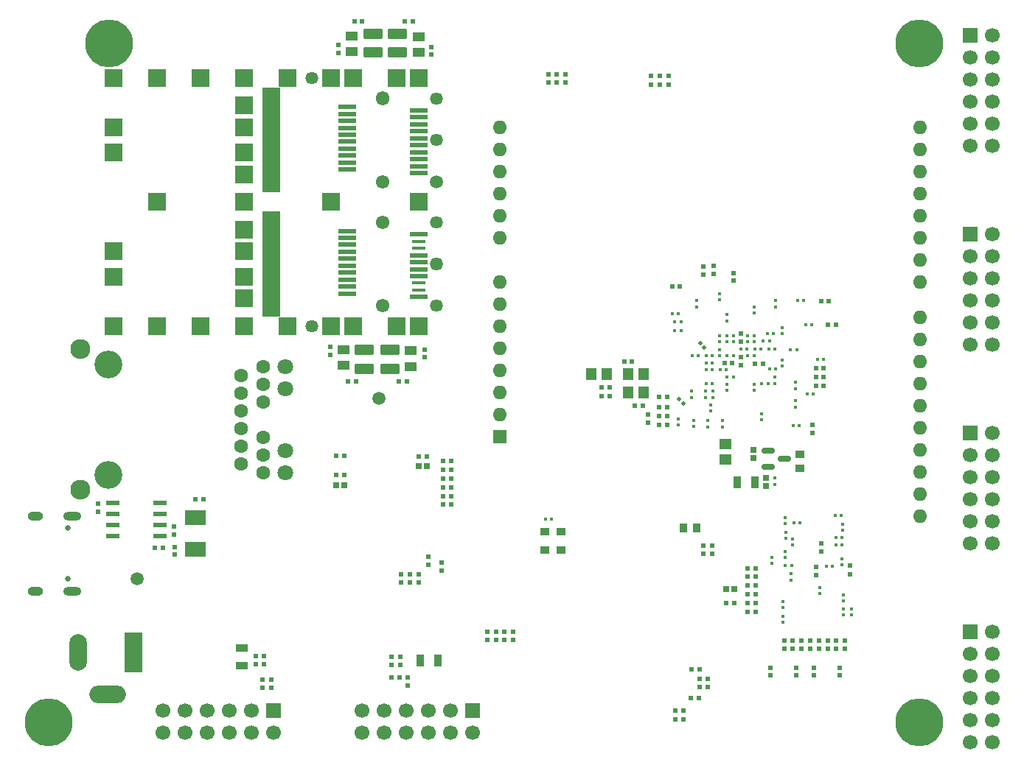
<source format=gbr>
%TF.GenerationSoftware,KiCad,Pcbnew,9.0.1*%
%TF.CreationDate,2025-05-15T18:24:47+02:00*%
%TF.ProjectId,Marble_Tiny,4d617262-6c65-45f5-9469-6e792e6b6963,rev?*%
%TF.SameCoordinates,Original*%
%TF.FileFunction,Soldermask,Bot*%
%TF.FilePolarity,Negative*%
%FSLAX46Y46*%
G04 Gerber Fmt 4.6, Leading zero omitted, Abs format (unit mm)*
G04 Created by KiCad (PCBNEW 9.0.1) date 2025-05-15 18:24:47*
%MOMM*%
%LPD*%
G01*
G04 APERTURE LIST*
G04 Aperture macros list*
%AMRoundRect*
0 Rectangle with rounded corners*
0 $1 Rounding radius*
0 $2 $3 $4 $5 $6 $7 $8 $9 X,Y pos of 4 corners*
0 Add a 4 corners polygon primitive as box body*
4,1,4,$2,$3,$4,$5,$6,$7,$8,$9,$2,$3,0*
0 Add four circle primitives for the rounded corners*
1,1,$1+$1,$2,$3*
1,1,$1+$1,$4,$5*
1,1,$1+$1,$6,$7*
1,1,$1+$1,$8,$9*
0 Add four rect primitives between the rounded corners*
20,1,$1+$1,$2,$3,$4,$5,0*
20,1,$1+$1,$4,$5,$6,$7,0*
20,1,$1+$1,$6,$7,$8,$9,0*
20,1,$1+$1,$8,$9,$2,$3,0*%
%AMRotRect*
0 Rectangle, with rotation*
0 The origin of the aperture is its center*
0 $1 length*
0 $2 width*
0 $3 Rotation angle, in degrees counterclockwise*
0 Add horizontal line*
21,1,$1,$2,0,0,$3*%
G04 Aperture macros list end*
%ADD10C,0.000000*%
%ADD11R,1.700000X1.700000*%
%ADD12C,1.700000*%
%ADD13C,0.650000*%
%ADD14O,2.100000X1.000000*%
%ADD15O,1.800000X1.000000*%
%ADD16C,5.500000*%
%ADD17R,2.000000X2.000000*%
%ADD18C,1.458000*%
%ADD19C,1.550000*%
%ADD20C,3.200000*%
%ADD21C,1.600000*%
%ADD22C,1.800000*%
%ADD23C,2.300000*%
%ADD24R,1.600000X1.600000*%
%ADD25O,1.600000X1.600000*%
%ADD26C,1.500000*%
%ADD27R,2.000000X4.600000*%
%ADD28O,2.000000X4.200000*%
%ADD29O,4.200000X2.000000*%
%ADD30R,0.620000X0.620000*%
%ADD31R,0.580000X0.620000*%
%ADD32R,0.450000X0.400000*%
%ADD33R,1.150000X1.450000*%
%ADD34R,0.400000X0.450000*%
%ADD35R,1.400000X1.050000*%
%ADD36R,0.600000X0.620000*%
%ADD37R,0.710000X0.720000*%
%ADD38R,0.620000X0.580000*%
%ADD39R,1.450000X1.150000*%
%ADD40R,0.900000X1.000000*%
%ADD41RoundRect,0.250000X0.850000X-0.375000X0.850000X0.375000X-0.850000X0.375000X-0.850000X-0.375000X0*%
%ADD42R,0.950000X1.450000*%
%ADD43R,1.550000X0.600000*%
%ADD44RoundRect,0.250000X-0.850000X0.375000X-0.850000X-0.375000X0.850000X-0.375000X0.850000X0.375000X0*%
%ADD45RoundRect,0.150000X-0.587500X-0.150000X0.587500X-0.150000X0.587500X0.150000X-0.587500X0.150000X0*%
%ADD46R,1.400000X0.950000*%
%ADD47R,2.400000X1.700000*%
%ADD48R,1.000000X0.950000*%
%ADD49R,2.000000X0.500000*%
%ADD50R,1.000000X0.900000*%
%ADD51R,0.720000X0.710000*%
%ADD52RotRect,0.450000X0.400000X315.000000*%
%ADD53R,0.950000X1.400000*%
%ADD54R,1.500000X0.400000*%
G04 APERTURE END LIST*
D10*
%TO.C,J9*%
G36*
X133600000Y-75100000D02*
G01*
X131600000Y-75100000D01*
X131600000Y-63050000D01*
X133600000Y-63050000D01*
X133600000Y-75100000D01*
G37*
G36*
X133600000Y-89350000D02*
G01*
X131600000Y-89350000D01*
X131600000Y-77300000D01*
X133600000Y-77300000D01*
X133600000Y-89350000D01*
G37*
%TD*%
D11*
%TO.C,J6*%
X212875000Y-79905000D03*
D12*
X212875000Y-82445000D03*
X212875000Y-84985000D03*
X212875000Y-87525000D03*
X212875000Y-90065000D03*
X212875000Y-92605000D03*
X215415000Y-79905000D03*
X215415000Y-82445000D03*
X215415000Y-84985000D03*
X215415000Y-87525000D03*
X215415000Y-90065000D03*
X215415000Y-92605000D03*
%TD*%
D13*
%TO.C,J2*%
X109205000Y-113710000D03*
X109205000Y-119490000D03*
D14*
X109705000Y-112280000D03*
D15*
X105525000Y-112280000D03*
D14*
X109705000Y-120920000D03*
D15*
X105525000Y-120920000D03*
%TD*%
D16*
%TO.C,B3*%
X207000000Y-58000000D03*
%TD*%
D11*
%TO.C,J4*%
X212875000Y-125625000D03*
D12*
X212875000Y-128165000D03*
X212875000Y-130705000D03*
X212875000Y-133245000D03*
X212875000Y-135785000D03*
X212875000Y-138325000D03*
X215415000Y-125625000D03*
X215415000Y-128165000D03*
X215415000Y-130705000D03*
X215415000Y-133245000D03*
X215415000Y-135785000D03*
X215415000Y-138325000D03*
%TD*%
D11*
%TO.C,J5*%
X212875000Y-102765000D03*
D12*
X212875000Y-105305000D03*
X212875000Y-107845000D03*
X212875000Y-110385000D03*
X212875000Y-112925000D03*
X212875000Y-115465000D03*
X215415000Y-102765000D03*
X215415000Y-105305000D03*
X215415000Y-107845000D03*
X215415000Y-110385000D03*
X215415000Y-112925000D03*
X215415000Y-115465000D03*
%TD*%
D16*
%TO.C,B1*%
X114000000Y-58000000D03*
%TD*%
D11*
%TO.C,J14*%
X132875000Y-134710000D03*
D12*
X130335000Y-134710000D03*
X127795000Y-134710000D03*
X125255000Y-134710000D03*
X122715000Y-134710000D03*
X120175000Y-134710000D03*
X132875000Y-137250000D03*
X130335000Y-137250000D03*
X127795000Y-137250000D03*
X125255000Y-137250000D03*
X122715000Y-137250000D03*
X120175000Y-137250000D03*
%TD*%
D17*
%TO.C,J8*%
X149500000Y-90450000D03*
X139500000Y-90450000D03*
X134500000Y-61950000D03*
X129500000Y-67630000D03*
X129500000Y-73030000D03*
X129500000Y-81880000D03*
X129500000Y-87280000D03*
X129500000Y-90450000D03*
X124500000Y-61950000D03*
X119500000Y-90450000D03*
X114500000Y-61950000D03*
X114500000Y-70530000D03*
X114500000Y-84780000D03*
X147000000Y-61950000D03*
X142000000Y-61950000D03*
D18*
X137300000Y-61950000D03*
X151600000Y-64280000D03*
X151600000Y-69080000D03*
D17*
X149500000Y-76200000D03*
D18*
X151600000Y-78530000D03*
X151600000Y-83330000D03*
D17*
X139500000Y-76200000D03*
X129500000Y-76200000D03*
X119500000Y-76200000D03*
%TD*%
D11*
%TO.C,J15*%
X155735000Y-134710000D03*
D12*
X153195000Y-134710000D03*
X150655000Y-134710000D03*
X148115000Y-134710000D03*
X145575000Y-134710000D03*
X143035000Y-134710000D03*
X155735000Y-137250000D03*
X153195000Y-137250000D03*
X150655000Y-137250000D03*
X148115000Y-137250000D03*
X145575000Y-137250000D03*
X143035000Y-137250000D03*
%TD*%
D19*
%TO.C,J1*%
X145400000Y-78530000D03*
X145400000Y-88130000D03*
%TD*%
D16*
%TO.C,B4*%
X207000000Y-136000000D03*
%TD*%
D20*
%TO.C,J3*%
X113890000Y-107550000D03*
X113890000Y-94850000D03*
D21*
X129130000Y-106280000D03*
X129130000Y-104248000D03*
X129130000Y-102216000D03*
X129130000Y-100184000D03*
X129130000Y-98152000D03*
X129130000Y-96120000D03*
X131670000Y-107296000D03*
X131670000Y-105264000D03*
X131670000Y-103232000D03*
X131670000Y-99168000D03*
X131670000Y-97136000D03*
X131670000Y-95104000D03*
D22*
X134210000Y-107296000D03*
X134210000Y-104756000D03*
X134210000Y-97644000D03*
X134210000Y-95104000D03*
D23*
X110715000Y-109265000D03*
X110715000Y-93135000D03*
%TD*%
D24*
%TO.C,A1*%
X158870000Y-103175000D03*
D25*
X158870000Y-100635000D03*
X158870000Y-98095000D03*
X158870000Y-95555000D03*
X158870000Y-93015000D03*
X158870000Y-90475000D03*
X158870000Y-87935000D03*
X158870000Y-85395000D03*
X158870000Y-80315000D03*
X158870000Y-77775000D03*
X158870000Y-75235000D03*
X158870000Y-72695000D03*
X158870000Y-70155000D03*
X158870000Y-67615000D03*
X207130000Y-67615000D03*
X207130000Y-70155000D03*
X207130000Y-72695000D03*
X207130000Y-75235000D03*
X207130000Y-77775000D03*
X207130000Y-80315000D03*
X207130000Y-82855000D03*
X207130000Y-85395000D03*
X207130000Y-89455000D03*
X207130000Y-91995000D03*
X207130000Y-94535000D03*
X207130000Y-97075000D03*
X207130000Y-99615000D03*
X207130000Y-102155000D03*
X207130000Y-104695000D03*
X207130000Y-107235000D03*
X207130000Y-109775000D03*
X207130000Y-112315000D03*
%TD*%
D16*
%TO.C,B2*%
X107000000Y-136000000D03*
%TD*%
D26*
%TO.C,TP1*%
X117225000Y-119500000D03*
%TD*%
D11*
%TO.C,J7*%
X212875000Y-57045000D03*
D12*
X212875000Y-59585000D03*
X212875000Y-62125000D03*
X212875000Y-64665000D03*
X212875000Y-67205000D03*
X212875000Y-69745000D03*
X215415000Y-57045000D03*
X215415000Y-59585000D03*
X215415000Y-62125000D03*
X215415000Y-64665000D03*
X215415000Y-67205000D03*
X215415000Y-69745000D03*
%TD*%
D27*
%TO.C,J10*%
X116750000Y-128000000D03*
D28*
X110450000Y-128000000D03*
D29*
X113850000Y-132800000D03*
%TD*%
D19*
%TO.C,J12*%
X145400000Y-64275000D03*
X145400000Y-73875000D03*
%TD*%
D30*
%TO.C,C103*%
X174350000Y-99600000D03*
X175250000Y-99600000D03*
%TD*%
%TO.C,C32*%
X142150000Y-55400000D03*
X143050000Y-55400000D03*
%TD*%
D31*
%TO.C,R180*%
X179030000Y-135650000D03*
X179970000Y-135650000D03*
%TD*%
D32*
%TO.C,C95*%
X189750000Y-93100000D03*
X190450000Y-93100000D03*
%TD*%
D33*
%TO.C,C122*%
X173600000Y-98100000D03*
X175400000Y-98100000D03*
%TD*%
D34*
%TO.C,C240*%
X192300000Y-118950000D03*
X192300000Y-119650000D03*
%TD*%
D30*
%TO.C,C108*%
X186500000Y-91350000D03*
X186500000Y-92250000D03*
%TD*%
D32*
%TO.C,C126*%
X178950000Y-89947117D03*
X179650000Y-89947117D03*
%TD*%
D35*
%TO.C,C38*%
X148600000Y-95100000D03*
X148600000Y-93300000D03*
%TD*%
D34*
%TO.C,C245*%
X191400000Y-122850000D03*
X191400000Y-122150000D03*
%TD*%
D30*
%TO.C,C63*%
X185750000Y-122300000D03*
X184850000Y-122300000D03*
%TD*%
%TO.C,C34*%
X148150000Y-96800000D03*
X147250000Y-96800000D03*
%TD*%
%TO.C,C66*%
X194900000Y-129750000D03*
X194900000Y-130650000D03*
%TD*%
%TO.C,C168*%
X177150000Y-100800000D03*
X178050000Y-100800000D03*
%TD*%
D32*
%TO.C,C94*%
X184150000Y-95500000D03*
X184850000Y-95500000D03*
%TD*%
D34*
%TO.C,C244*%
X198300000Y-121350000D03*
X198300000Y-122050000D03*
%TD*%
D36*
%TO.C,L16*%
X184640000Y-94700000D03*
X185560000Y-94700000D03*
%TD*%
D37*
%TO.C,C5*%
X150460000Y-106600000D03*
X149540000Y-106600000D03*
%TD*%
D31*
%TO.C,R55*%
X188270000Y-119300000D03*
X187330000Y-119300000D03*
%TD*%
D34*
%TO.C,C165*%
X183100000Y-99550000D03*
X183100000Y-100250000D03*
%TD*%
D32*
%TO.C,C121*%
X196050000Y-94300000D03*
X195350000Y-94300000D03*
%TD*%
%TO.C,C139*%
X193750000Y-87500000D03*
X193050000Y-87500000D03*
%TD*%
D34*
%TO.C,C249*%
X195600000Y-120550000D03*
X195600000Y-121250000D03*
%TD*%
D32*
%TO.C,C230*%
X193350000Y-113100000D03*
X192650000Y-113100000D03*
%TD*%
D38*
%TO.C,R90*%
X183400000Y-83530000D03*
X183400000Y-84470000D03*
%TD*%
%TO.C,R58*%
X194500000Y-126630000D03*
X194500000Y-127570000D03*
%TD*%
D32*
%TO.C,C92*%
X188150000Y-93100000D03*
X188850000Y-93100000D03*
%TD*%
D30*
%TO.C,C68*%
X189900000Y-129750000D03*
X189900000Y-130650000D03*
%TD*%
D34*
%TO.C,C153*%
X190400000Y-108650000D03*
X190400000Y-107950000D03*
%TD*%
D31*
%TO.C,R11*%
X153270000Y-108000000D03*
X152330000Y-108000000D03*
%TD*%
D30*
%TO.C,C123*%
X185700000Y-84350000D03*
X185700000Y-85250000D03*
%TD*%
%TO.C,C14*%
X140050000Y-105400000D03*
X140950000Y-105400000D03*
%TD*%
D38*
%TO.C,R171*%
X165400000Y-61530000D03*
X165400000Y-62470000D03*
%TD*%
D32*
%TO.C,C100*%
X184950000Y-96300000D03*
X185650000Y-96300000D03*
%TD*%
%TO.C,C120*%
X182550000Y-94700000D03*
X183250000Y-94700000D03*
%TD*%
D38*
%TO.C,R54*%
X197500000Y-126630000D03*
X197500000Y-127570000D03*
%TD*%
D33*
%TO.C,C119*%
X169350000Y-96000000D03*
X171150000Y-96000000D03*
%TD*%
D34*
%TO.C,C128*%
X188100000Y-88250000D03*
X188100000Y-88950000D03*
%TD*%
D30*
%TO.C,C131*%
X178650000Y-85900000D03*
X179550000Y-85900000D03*
%TD*%
D32*
%TO.C,C236*%
X197450000Y-115600000D03*
X198150000Y-115600000D03*
%TD*%
D39*
%TO.C,C110*%
X184800000Y-105800000D03*
X184800000Y-104000000D03*
%TD*%
D32*
%TO.C,C90*%
X186550000Y-93100000D03*
X187250000Y-93100000D03*
%TD*%
D30*
%TO.C,C40*%
X140300000Y-58150000D03*
X140300000Y-59050000D03*
%TD*%
D38*
%TO.C,R72*%
X199100000Y-118970000D03*
X199100000Y-118030000D03*
%TD*%
D32*
%TO.C,C239*%
X191650000Y-118000000D03*
X192350000Y-118000000D03*
%TD*%
D30*
%TO.C,C118*%
X170550000Y-97500000D03*
X171450000Y-97500000D03*
%TD*%
D40*
%TO.C,R1*%
X181500000Y-113700000D03*
X179900000Y-113700000D03*
%TD*%
D38*
%TO.C,R146*%
X132600000Y-131130000D03*
X132600000Y-132070000D03*
%TD*%
D41*
%TO.C,L8*%
X143300000Y-95375000D03*
X143300000Y-93225000D03*
%TD*%
D31*
%TO.C,R15*%
X152330000Y-111000000D03*
X153270000Y-111000000D03*
%TD*%
D38*
%TO.C,R178*%
X152150000Y-118620000D03*
X152150000Y-117680000D03*
%TD*%
D30*
%TO.C,C105*%
X186500000Y-94050000D03*
X186500000Y-94950000D03*
%TD*%
D32*
%TO.C,C144*%
X193250000Y-101900000D03*
X192550000Y-101900000D03*
%TD*%
%TO.C,C137*%
X181650000Y-93900000D03*
X180950000Y-93900000D03*
%TD*%
%TO.C,C154*%
X187340000Y-93900000D03*
X188040000Y-93900000D03*
%TD*%
D30*
%TO.C,C72*%
X123900000Y-110400000D03*
X124800000Y-110400000D03*
%TD*%
%TO.C,C167*%
X177150000Y-101800000D03*
X178050000Y-101800000D03*
%TD*%
D42*
%TO.C,L15*%
X186117500Y-108400000D03*
X188117500Y-108400000D03*
%TD*%
D43*
%TO.C,U22*%
X119800000Y-110825000D03*
X119800000Y-112095000D03*
X119800000Y-113365000D03*
X119800000Y-114635000D03*
X114400000Y-114635000D03*
X114400000Y-113365000D03*
X114400000Y-112095000D03*
X114400000Y-110825000D03*
%TD*%
D41*
%TO.C,L9*%
X146200000Y-95375000D03*
X146200000Y-93225000D03*
%TD*%
D31*
%TO.C,R169*%
X180830000Y-129900000D03*
X181770000Y-129900000D03*
%TD*%
D34*
%TO.C,C235*%
X198100000Y-117250000D03*
X198100000Y-117950000D03*
%TD*%
D31*
%TO.C,R145*%
X179970000Y-134650000D03*
X179030000Y-134650000D03*
%TD*%
D34*
%TO.C,C250*%
X190100000Y-117050000D03*
X190100000Y-117750000D03*
%TD*%
%TO.C,C134*%
X181500000Y-87550000D03*
X181500000Y-88250000D03*
%TD*%
%TO.C,C166*%
X184400000Y-102050000D03*
X184400000Y-101350000D03*
%TD*%
D31*
%TO.C,R53*%
X188270000Y-123300000D03*
X187330000Y-123300000D03*
%TD*%
D34*
%TO.C,C124*%
X192800000Y-97650000D03*
X192800000Y-96950000D03*
%TD*%
D32*
%TO.C,C130*%
X194650000Y-90300000D03*
X193950000Y-90300000D03*
%TD*%
D44*
%TO.C,L6*%
X147100000Y-56825000D03*
X147100000Y-58975000D03*
%TD*%
D34*
%TO.C,C164*%
X181100000Y-101300000D03*
X181100000Y-102000000D03*
%TD*%
D32*
%TO.C,C138*%
X178957324Y-90951217D03*
X179657324Y-90951217D03*
%TD*%
D34*
%TO.C,C159*%
X182500000Y-97950000D03*
X182500000Y-98650000D03*
%TD*%
D32*
%TO.C,C145*%
X194850000Y-98300000D03*
X194150000Y-98300000D03*
%TD*%
D34*
%TO.C,C232*%
X191700000Y-114850000D03*
X191700000Y-114150000D03*
%TD*%
D30*
%TO.C,C161*%
X177150000Y-98600000D03*
X178050000Y-98600000D03*
%TD*%
D38*
%TO.C,R144*%
X148300000Y-130830000D03*
X148300000Y-131770000D03*
%TD*%
D30*
%TO.C,C42*%
X150200000Y-94050000D03*
X150200000Y-93150000D03*
%TD*%
D34*
%TO.C,C115*%
X184100000Y-91550000D03*
X184100000Y-92250000D03*
%TD*%
%TO.C,C148*%
X188100000Y-97150000D03*
X188100000Y-97850000D03*
%TD*%
%TO.C,C242*%
X198300000Y-122950000D03*
X198300000Y-123650000D03*
%TD*%
%TO.C,C143*%
X188900000Y-101250000D03*
X188900000Y-100550000D03*
%TD*%
%TO.C,C238*%
X198200000Y-113250000D03*
X198200000Y-113950000D03*
%TD*%
D32*
%TO.C,C186*%
X164100000Y-112700000D03*
X164800000Y-112700000D03*
%TD*%
D45*
%TO.C,U9*%
X189662500Y-106650000D03*
X189662500Y-104750000D03*
X191537500Y-105700000D03*
%TD*%
D30*
%TO.C,C107*%
X189050000Y-94800000D03*
X188150000Y-94800000D03*
%TD*%
D34*
%TO.C,C147*%
X190400000Y-96350000D03*
X190400000Y-97050000D03*
%TD*%
D30*
%TO.C,C142*%
X195150000Y-97300000D03*
X196050000Y-97300000D03*
%TD*%
D31*
%TO.C,R16*%
X153270000Y-107000000D03*
X152330000Y-107000000D03*
%TD*%
D30*
%TO.C,C179*%
X131800000Y-128450000D03*
X131800000Y-129350000D03*
%TD*%
D38*
%TO.C,R112*%
X158400000Y-126570000D03*
X158400000Y-125630000D03*
%TD*%
D30*
%TO.C,C104*%
X196050000Y-96300000D03*
X195150000Y-96300000D03*
%TD*%
%TO.C,C33*%
X141450000Y-96800000D03*
X142350000Y-96800000D03*
%TD*%
D38*
%TO.C,R165*%
X177200000Y-61730000D03*
X177200000Y-62670000D03*
%TD*%
D34*
%TO.C,C89*%
X185700000Y-91550000D03*
X185700000Y-92250000D03*
%TD*%
D32*
%TO.C,C96*%
X189650000Y-97100000D03*
X188950000Y-97100000D03*
%TD*%
D26*
%TO.C,TP4*%
X145000000Y-98750000D03*
%TD*%
D31*
%TO.C,R70*%
X188270000Y-121300000D03*
X187330000Y-121300000D03*
%TD*%
D34*
%TO.C,C136*%
X184100000Y-86750000D03*
X184100000Y-87450000D03*
%TD*%
D38*
%TO.C,R95*%
X150600000Y-117932500D03*
X150600000Y-116992500D03*
%TD*%
D34*
%TO.C,C146*%
X191300000Y-95050000D03*
X191300000Y-94350000D03*
%TD*%
D31*
%TO.C,R69*%
X188270000Y-120300000D03*
X187330000Y-120300000D03*
%TD*%
D34*
%TO.C,C169*%
X179300000Y-101850000D03*
X179300000Y-101150000D03*
%TD*%
D17*
%TO.C,J9*%
X149500000Y-61950000D03*
X139500000Y-61950000D03*
X134500000Y-90450000D03*
X129500000Y-84770000D03*
X129500000Y-79370000D03*
X129500000Y-70520000D03*
X129500000Y-65120000D03*
X129500000Y-61950000D03*
X124500000Y-90450000D03*
X119500000Y-61950000D03*
X114500000Y-90450000D03*
X114500000Y-81870000D03*
X114500000Y-67620000D03*
X147000000Y-90450000D03*
X142000000Y-90450000D03*
D18*
X137300000Y-90450000D03*
X151600000Y-88120000D03*
X151600000Y-83320000D03*
D17*
X149500000Y-76200000D03*
D26*
X151600000Y-73870000D03*
D18*
X151600000Y-69070000D03*
D17*
X139500000Y-76200000D03*
X129500000Y-76200000D03*
X119500000Y-76200000D03*
%TD*%
D38*
%TO.C,R97*%
X148500000Y-119932500D03*
X148500000Y-118992500D03*
%TD*%
D30*
%TO.C,C15*%
X140050000Y-107600000D03*
X140950000Y-107600000D03*
%TD*%
D34*
%TO.C,C149*%
X192800000Y-99750000D03*
X192800000Y-99050000D03*
%TD*%
D38*
%TO.C,R168*%
X195150000Y-119070000D03*
X195150000Y-118130000D03*
%TD*%
D30*
%TO.C,C31*%
X148850000Y-55400000D03*
X147950000Y-55400000D03*
%TD*%
D31*
%TO.C,R71*%
X188270000Y-118300000D03*
X187330000Y-118300000D03*
%TD*%
D46*
%TO.C,R91*%
X129200000Y-127500000D03*
X129200000Y-129500000D03*
%TD*%
D38*
%TO.C,R170*%
X164400000Y-61530000D03*
X164400000Y-62470000D03*
%TD*%
D32*
%TO.C,C91*%
X189850000Y-95350000D03*
X190550000Y-95350000D03*
%TD*%
D34*
%TO.C,C233*%
X192500000Y-115650000D03*
X192500000Y-114950000D03*
%TD*%
D38*
%TO.C,R52*%
X198500000Y-126630000D03*
X198500000Y-127570000D03*
%TD*%
D35*
%TO.C,C36*%
X141800000Y-57100000D03*
X141800000Y-58900000D03*
%TD*%
D47*
%TO.C,Y5*%
X123900000Y-116150000D03*
X123900000Y-112450000D03*
%TD*%
D48*
%TO.C,L11*%
X193300000Y-106800000D03*
X193300000Y-105200000D03*
%TD*%
D30*
%TO.C,C8*%
X150450000Y-105500000D03*
X149550000Y-105500000D03*
%TD*%
%TO.C,C106*%
X196050000Y-95300000D03*
X195150000Y-95300000D03*
%TD*%
%TO.C,C70*%
X112750000Y-111800000D03*
X112750000Y-110900000D03*
%TD*%
D38*
%TO.C,R108*%
X159400000Y-126570000D03*
X159400000Y-125630000D03*
%TD*%
D31*
%TO.C,R13*%
X153270000Y-110000000D03*
X152330000Y-110000000D03*
%TD*%
%TO.C,R10*%
X153270000Y-109000000D03*
X152330000Y-109000000D03*
%TD*%
D19*
%TO.C,J11*%
X145400000Y-64265000D03*
X145400000Y-73865000D03*
D49*
X141300000Y-72465000D03*
X141300000Y-71665000D03*
X141300000Y-70865000D03*
X141300000Y-70065000D03*
X141300000Y-69265000D03*
X141300000Y-68465000D03*
X141300000Y-67665000D03*
X141300000Y-66865000D03*
X141300000Y-66065000D03*
X141300000Y-65265000D03*
X149500000Y-65665000D03*
X149500000Y-66465000D03*
X149500000Y-67265000D03*
X149500000Y-68065000D03*
X149500000Y-68865000D03*
X149500000Y-69665000D03*
X149500000Y-70465000D03*
X149500000Y-71265000D03*
X149500000Y-72065000D03*
X149500000Y-72865000D03*
%TD*%
D34*
%TO.C,C246*%
X191400000Y-124550000D03*
X191400000Y-123850000D03*
%TD*%
D30*
%TO.C,C71*%
X121500000Y-116750000D03*
X121500000Y-115850000D03*
%TD*%
D32*
%TO.C,C129*%
X192950000Y-93200000D03*
X192250000Y-93200000D03*
%TD*%
D34*
%TO.C,C99*%
X188100000Y-91550000D03*
X188100000Y-92250000D03*
%TD*%
D38*
%TO.C,R114*%
X175900000Y-100630000D03*
X175900000Y-101570000D03*
%TD*%
D50*
%TO.C,Y1*%
X165900000Y-114100000D03*
X165900000Y-116200000D03*
X164000000Y-116200000D03*
X164000000Y-114100000D03*
%TD*%
D51*
%TO.C,C151*%
X188000000Y-105660000D03*
X188000000Y-104740000D03*
%TD*%
D32*
%TO.C,C229*%
X198050000Y-112200000D03*
X197350000Y-112200000D03*
%TD*%
D52*
%TO.C,C158*%
X179452513Y-98852513D03*
X179947487Y-99347487D03*
%TD*%
D30*
%TO.C,C133*%
X197450000Y-90300000D03*
X196550000Y-90300000D03*
%TD*%
D32*
%TO.C,C125*%
X178650000Y-89000000D03*
X179350000Y-89000000D03*
%TD*%
D38*
%TO.C,R50*%
X193500000Y-126630000D03*
X193500000Y-127570000D03*
%TD*%
%TO.C,R172*%
X166400000Y-61530000D03*
X166400000Y-62470000D03*
%TD*%
D34*
%TO.C,C135*%
X184900000Y-89150000D03*
X184900000Y-89850000D03*
%TD*%
D32*
%TO.C,C113*%
X189600000Y-91300000D03*
X190300000Y-91300000D03*
%TD*%
D38*
%TO.C,R92*%
X130800000Y-129370000D03*
X130800000Y-128430000D03*
%TD*%
D32*
%TO.C,C97*%
X189100000Y-92200000D03*
X189800000Y-92200000D03*
%TD*%
D30*
%TO.C,C162*%
X177150000Y-99800000D03*
X178050000Y-99800000D03*
%TD*%
%TO.C,C67*%
X192900000Y-129750000D03*
X192900000Y-130650000D03*
%TD*%
D38*
%TO.C,R164*%
X176200000Y-61730000D03*
X176200000Y-62670000D03*
%TD*%
D32*
%TO.C,C243*%
X197050000Y-118100000D03*
X196350000Y-118100000D03*
%TD*%
D31*
%TO.C,R179*%
X146430000Y-130850000D03*
X147370000Y-130850000D03*
%TD*%
D34*
%TO.C,C98*%
X184100000Y-93150000D03*
X184100000Y-93850000D03*
%TD*%
%TO.C,C231*%
X191600000Y-113150000D03*
X191600000Y-112450000D03*
%TD*%
D32*
%TO.C,C102*%
X182550000Y-95500000D03*
X183250000Y-95500000D03*
%TD*%
D51*
%TO.C,C152*%
X189400000Y-108860000D03*
X189400000Y-107940000D03*
%TD*%
D31*
%TO.C,R100*%
X181780000Y-132000000D03*
X182720000Y-132000000D03*
%TD*%
D32*
%TO.C,C237*%
X197450000Y-114800000D03*
X198150000Y-114800000D03*
%TD*%
D30*
%TO.C,C61*%
X195800000Y-115450000D03*
X195800000Y-116350000D03*
%TD*%
D32*
%TO.C,C93*%
X182550000Y-97100000D03*
X183250000Y-97100000D03*
%TD*%
D34*
%TO.C,C163*%
X182700000Y-101350000D03*
X182700000Y-102050000D03*
%TD*%
D38*
%TO.C,R142*%
X182250000Y-115695000D03*
X182250000Y-116635000D03*
%TD*%
D30*
%TO.C,C41*%
X139400000Y-93750000D03*
X139400000Y-92850000D03*
%TD*%
D34*
%TO.C,C241*%
X199200000Y-122950000D03*
X199200000Y-123650000D03*
%TD*%
%TO.C,C101*%
X184900000Y-97850000D03*
X184900000Y-97150000D03*
%TD*%
D30*
%TO.C,C156*%
X173150000Y-94500000D03*
X174050000Y-94500000D03*
%TD*%
D34*
%TO.C,C157*%
X180900000Y-97950000D03*
X180900000Y-98650000D03*
%TD*%
%TO.C,C160*%
X183300000Y-97950000D03*
X183300000Y-98650000D03*
%TD*%
%TO.C,C140*%
X191300000Y-91350000D03*
X191300000Y-90650000D03*
%TD*%
D32*
%TO.C,C155*%
X184950000Y-93900000D03*
X185650000Y-93900000D03*
%TD*%
D38*
%TO.C,R166*%
X178200000Y-61730000D03*
X178200000Y-62670000D03*
%TD*%
D30*
%TO.C,C132*%
X196650000Y-87600000D03*
X195750000Y-87600000D03*
%TD*%
D38*
%TO.C,R86*%
X182200000Y-84520000D03*
X182200000Y-83580000D03*
%TD*%
%TO.C,R74*%
X121400000Y-114470000D03*
X121400000Y-113530000D03*
%TD*%
D31*
%TO.C,R17*%
X153270000Y-106000000D03*
X152330000Y-106000000D03*
%TD*%
D53*
%TO.C,R94*%
X151750000Y-128950000D03*
X149750000Y-128950000D03*
%TD*%
D30*
%TO.C,C178*%
X146400000Y-128487500D03*
X146400000Y-129387500D03*
%TD*%
%TO.C,C141*%
X194750000Y-101850000D03*
X194750000Y-102750000D03*
%TD*%
D38*
%TO.C,R2*%
X183250000Y-116635000D03*
X183250000Y-115695000D03*
%TD*%
%TO.C,R62*%
X192500000Y-126630000D03*
X192500000Y-127570000D03*
%TD*%
D35*
%TO.C,C35*%
X149500000Y-57200000D03*
X149500000Y-59000000D03*
%TD*%
D34*
%TO.C,C112*%
X187300000Y-92250000D03*
X187300000Y-91550000D03*
%TD*%
D38*
%TO.C,R181*%
X131600000Y-132070000D03*
X131600000Y-131130000D03*
%TD*%
%TO.C,R111*%
X157400000Y-126570000D03*
X157400000Y-125630000D03*
%TD*%
D19*
%TO.C,J13*%
X145400000Y-78520000D03*
X145400000Y-88120000D03*
D49*
X141300000Y-86720000D03*
X141300000Y-85920000D03*
X141300000Y-85120000D03*
X141300000Y-84320000D03*
X141300000Y-83520000D03*
X141300000Y-82720000D03*
X141300000Y-81920000D03*
X141300000Y-81120000D03*
X141300000Y-80320000D03*
X141300000Y-79520000D03*
X149500000Y-79920000D03*
D54*
X149500000Y-80720000D03*
X149500000Y-81520000D03*
D49*
X149500000Y-82320000D03*
X149500000Y-83120000D03*
X149500000Y-83920000D03*
X149500000Y-84720000D03*
D54*
X149500000Y-85520000D03*
X149500000Y-86320000D03*
D49*
X149500000Y-87120000D03*
%TD*%
D31*
%TO.C,R98*%
X180780000Y-133250000D03*
X181720000Y-133250000D03*
%TD*%
D38*
%TO.C,R109*%
X160400000Y-126570000D03*
X160400000Y-125630000D03*
%TD*%
D34*
%TO.C,C116*%
X184900000Y-92250000D03*
X184900000Y-91550000D03*
%TD*%
D38*
%TO.C,R67*%
X195475000Y-126630000D03*
X195475000Y-127570000D03*
%TD*%
%TO.C,R93*%
X147400000Y-129407500D03*
X147400000Y-128467500D03*
%TD*%
D31*
%TO.C,R75*%
X119230000Y-116000000D03*
X120170000Y-116000000D03*
%TD*%
D33*
%TO.C,C109*%
X173600000Y-96000000D03*
X175400000Y-96000000D03*
%TD*%
D52*
%TO.C,C114*%
X181852513Y-92452513D03*
X182347487Y-92947487D03*
%TD*%
D35*
%TO.C,C37*%
X140900000Y-95000000D03*
X140900000Y-93200000D03*
%TD*%
D32*
%TO.C,C150*%
X183250000Y-93900000D03*
X182550000Y-93900000D03*
%TD*%
D38*
%TO.C,R68*%
X191500000Y-126630000D03*
X191500000Y-127570000D03*
%TD*%
D30*
%TO.C,C117*%
X170550000Y-98500000D03*
X171450000Y-98500000D03*
%TD*%
%TO.C,C69*%
X197900000Y-129750000D03*
X197900000Y-130650000D03*
%TD*%
D38*
%TO.C,R96*%
X149500000Y-119932500D03*
X149500000Y-118992500D03*
%TD*%
D31*
%TO.C,R51*%
X188270000Y-122300000D03*
X187330000Y-122300000D03*
%TD*%
D44*
%TO.C,L7*%
X144300000Y-56825000D03*
X144300000Y-58975000D03*
%TD*%
D38*
%TO.C,R143*%
X147500000Y-118980000D03*
X147500000Y-119920000D03*
%TD*%
D37*
%TO.C,C62*%
X185760000Y-120700000D03*
X184840000Y-120700000D03*
%TD*%
D38*
%TO.C,R153*%
X196500000Y-126630000D03*
X196500000Y-127570000D03*
%TD*%
D30*
%TO.C,C39*%
X151000000Y-58350000D03*
X151000000Y-59250000D03*
%TD*%
D34*
%TO.C,C127*%
X190500000Y-87550000D03*
X190500000Y-88250000D03*
%TD*%
%TO.C,C234*%
X191600000Y-117100000D03*
X191600000Y-116400000D03*
%TD*%
D31*
%TO.C,R101*%
X181780000Y-131000000D03*
X182720000Y-131000000D03*
%TD*%
D37*
%TO.C,C11*%
X140040000Y-108800000D03*
X140960000Y-108800000D03*
%TD*%
M02*

</source>
